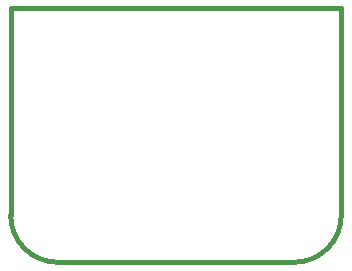
<source format=gbr>
G04 #@! TF.FileFunction,Profile,NP*
%FSLAX46Y46*%
G04 Gerber Fmt 4.6, Leading zero omitted, Abs format (unit mm)*
G04 Created by KiCad (PCBNEW (after 2015-mar-04 BZR unknown)-product) date 4/20/2017 4:49:57 PM*
%MOMM*%
G01*
G04 APERTURE LIST*
%ADD10C,0.150000*%
%ADD11C,0.381000*%
G04 APERTURE END LIST*
D10*
D11*
X28000000Y0D02*
X28000000Y-4000000D01*
X0Y0D02*
X28000000Y0D01*
X0Y-4000000D02*
X0Y0D01*
X4000000Y-21500000D02*
X24000000Y-21500000D01*
X28000000Y-4000000D02*
X28000000Y-17500000D01*
X0Y-4000000D02*
X0Y-17500000D01*
X0Y-17500000D02*
G75*
G03X4000000Y-21500000I4000000J0D01*
G01*
X24000000Y-21500000D02*
G75*
G03X28000000Y-17500000I0J4000000D01*
G01*
M02*

</source>
